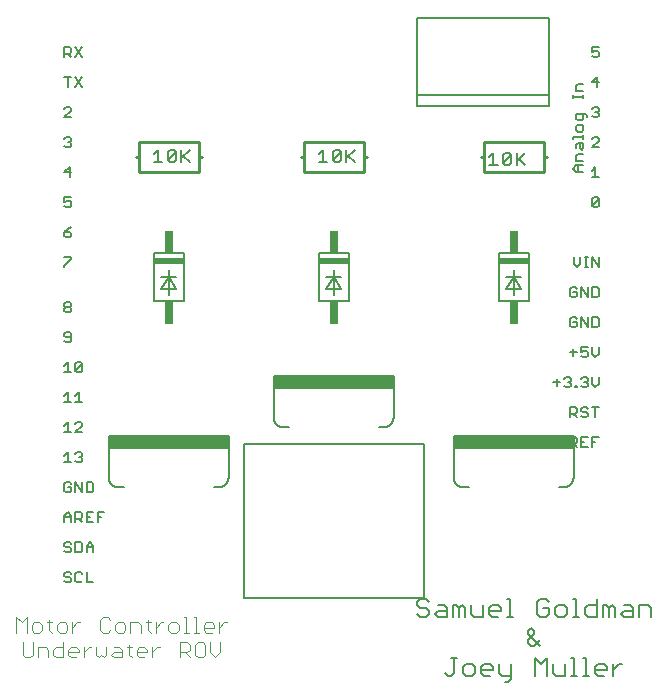
<source format=gto>
G75*
%MOIN*%
%OFA0B0*%
%FSLAX25Y25*%
%IPPOS*%
%LPD*%
%AMOC8*
5,1,8,0,0,1.08239X$1,22.5*
%
%ADD10C,0.00500*%
%ADD11C,0.00400*%
%ADD12C,0.00600*%
%ADD13R,0.10000X0.02000*%
%ADD14R,0.03000X0.07500*%
%ADD15C,0.00800*%
%ADD16C,0.01000*%
%ADD17R,0.40000X0.04000*%
D10*
X0137849Y0090274D02*
X0138850Y0089274D01*
X0140852Y0089274D01*
X0141853Y0090274D01*
X0141853Y0091275D01*
X0140852Y0092276D01*
X0138850Y0092276D01*
X0137849Y0093277D01*
X0137849Y0094278D01*
X0138850Y0095279D01*
X0140852Y0095279D01*
X0141853Y0094278D01*
X0144835Y0093277D02*
X0146837Y0093277D01*
X0147838Y0092276D01*
X0147838Y0089274D01*
X0144835Y0089274D01*
X0143834Y0090274D01*
X0144835Y0091275D01*
X0147838Y0091275D01*
X0149819Y0089274D02*
X0149819Y0093277D01*
X0150820Y0093277D01*
X0151821Y0092276D01*
X0152822Y0093277D01*
X0153823Y0092276D01*
X0153823Y0089274D01*
X0151821Y0089274D02*
X0151821Y0092276D01*
X0155805Y0093277D02*
X0155805Y0090274D01*
X0156805Y0089274D01*
X0159808Y0089274D01*
X0159808Y0093277D01*
X0161790Y0092276D02*
X0162791Y0093277D01*
X0164792Y0093277D01*
X0165793Y0092276D01*
X0165793Y0091275D01*
X0161790Y0091275D01*
X0161790Y0090274D02*
X0161790Y0092276D01*
X0161790Y0090274D02*
X0162791Y0089274D01*
X0164792Y0089274D01*
X0167775Y0089274D02*
X0169777Y0089274D01*
X0168776Y0089274D02*
X0168776Y0095279D01*
X0167775Y0095279D01*
X0177750Y0094278D02*
X0177750Y0090274D01*
X0178751Y0089274D01*
X0180753Y0089274D01*
X0181753Y0090274D01*
X0181753Y0092276D01*
X0179752Y0092276D01*
X0181753Y0094278D02*
X0180753Y0095279D01*
X0178751Y0095279D01*
X0177750Y0094278D01*
X0183735Y0092276D02*
X0183735Y0090274D01*
X0184736Y0089274D01*
X0186738Y0089274D01*
X0187739Y0090274D01*
X0187739Y0092276D01*
X0186738Y0093277D01*
X0184736Y0093277D01*
X0183735Y0092276D01*
X0189720Y0089274D02*
X0191722Y0089274D01*
X0190721Y0089274D02*
X0190721Y0095279D01*
X0189720Y0095279D01*
X0193710Y0092276D02*
X0194711Y0093277D01*
X0197714Y0093277D01*
X0199695Y0093277D02*
X0200696Y0093277D01*
X0201697Y0092276D01*
X0202698Y0093277D01*
X0203699Y0092276D01*
X0203699Y0089274D01*
X0201697Y0089274D02*
X0201697Y0092276D01*
X0199695Y0093277D02*
X0199695Y0089274D01*
X0197714Y0089274D02*
X0194711Y0089274D01*
X0193710Y0090274D01*
X0193710Y0092276D01*
X0197714Y0089274D02*
X0197714Y0095279D01*
X0206681Y0093277D02*
X0208683Y0093277D01*
X0209684Y0092276D01*
X0209684Y0089274D01*
X0206681Y0089274D01*
X0205681Y0090274D01*
X0206681Y0091275D01*
X0209684Y0091275D01*
X0211666Y0089274D02*
X0211666Y0093277D01*
X0214668Y0093277D01*
X0215669Y0092276D01*
X0215669Y0089274D01*
X0206189Y0073777D02*
X0205188Y0073777D01*
X0203187Y0071775D01*
X0201205Y0071775D02*
X0201205Y0072776D01*
X0200204Y0073777D01*
X0198202Y0073777D01*
X0197202Y0072776D01*
X0197202Y0070774D01*
X0198202Y0069774D01*
X0200204Y0069774D01*
X0201205Y0071775D02*
X0197202Y0071775D01*
X0195213Y0069774D02*
X0193212Y0069774D01*
X0194212Y0069774D02*
X0194212Y0075779D01*
X0193212Y0075779D01*
X0190222Y0075779D02*
X0190222Y0069774D01*
X0189221Y0069774D02*
X0191223Y0069774D01*
X0187240Y0069774D02*
X0187240Y0073777D01*
X0189221Y0075779D02*
X0190222Y0075779D01*
X0187240Y0069774D02*
X0184237Y0069774D01*
X0183236Y0070774D01*
X0183236Y0073777D01*
X0181255Y0075779D02*
X0181255Y0069774D01*
X0179253Y0073777D02*
X0181255Y0075779D01*
X0179253Y0073777D02*
X0177251Y0075779D01*
X0177251Y0069774D01*
X0169284Y0069774D02*
X0166282Y0069774D01*
X0165281Y0070774D01*
X0165281Y0073777D01*
X0163299Y0072776D02*
X0163299Y0071775D01*
X0159296Y0071775D01*
X0159296Y0070774D02*
X0159296Y0072776D01*
X0160297Y0073777D01*
X0162298Y0073777D01*
X0163299Y0072776D01*
X0162298Y0069774D02*
X0160297Y0069774D01*
X0159296Y0070774D01*
X0157314Y0070774D02*
X0157314Y0072776D01*
X0156313Y0073777D01*
X0154312Y0073777D01*
X0153311Y0072776D01*
X0153311Y0070774D01*
X0154312Y0069774D01*
X0156313Y0069774D01*
X0157314Y0070774D01*
X0151329Y0075779D02*
X0149327Y0075779D01*
X0150328Y0075779D02*
X0150328Y0070774D01*
X0149327Y0069774D01*
X0148327Y0069774D01*
X0147326Y0070774D01*
X0167283Y0067772D02*
X0168284Y0067772D01*
X0169284Y0068773D01*
X0169284Y0073777D01*
X0175758Y0079524D02*
X0174757Y0080524D01*
X0174757Y0081525D01*
X0176759Y0083527D01*
X0176759Y0084528D01*
X0175758Y0085529D01*
X0174757Y0084528D01*
X0174757Y0083527D01*
X0178761Y0079524D01*
X0178761Y0081525D02*
X0176759Y0079524D01*
X0175758Y0079524D01*
X0203187Y0073777D02*
X0203187Y0069774D01*
D11*
X0008990Y0075849D02*
X0007289Y0075849D01*
X0006438Y0076699D01*
X0006438Y0080953D01*
X0007731Y0084099D02*
X0007731Y0089203D01*
X0006029Y0087502D01*
X0004328Y0089203D01*
X0004328Y0084099D01*
X0009392Y0084949D02*
X0010243Y0084099D01*
X0011944Y0084099D01*
X0012795Y0084949D01*
X0012795Y0086651D01*
X0011944Y0087502D01*
X0010243Y0087502D01*
X0009392Y0086651D01*
X0009392Y0084949D01*
X0009841Y0080953D02*
X0009841Y0076699D01*
X0008990Y0075849D01*
X0011502Y0075849D02*
X0011502Y0079252D01*
X0014054Y0079252D01*
X0014905Y0078401D01*
X0014905Y0075849D01*
X0016566Y0076699D02*
X0016566Y0078401D01*
X0017417Y0079252D01*
X0019969Y0079252D01*
X0019969Y0080953D02*
X0019969Y0075849D01*
X0017417Y0075849D01*
X0016566Y0076699D01*
X0021631Y0076699D02*
X0021631Y0078401D01*
X0022482Y0079252D01*
X0024183Y0079252D01*
X0025034Y0078401D01*
X0025034Y0077550D01*
X0021631Y0077550D01*
X0021631Y0076699D02*
X0022482Y0075849D01*
X0024183Y0075849D01*
X0026695Y0075849D02*
X0026695Y0079252D01*
X0026695Y0077550D02*
X0028397Y0079252D01*
X0029247Y0079252D01*
X0030915Y0079252D02*
X0030915Y0076699D01*
X0031766Y0075849D01*
X0032617Y0076699D01*
X0033468Y0075849D01*
X0034318Y0076699D01*
X0034318Y0079252D01*
X0036830Y0079252D02*
X0038532Y0079252D01*
X0039383Y0078401D01*
X0039383Y0075849D01*
X0036830Y0075849D01*
X0035980Y0076699D01*
X0036830Y0077550D01*
X0039383Y0077550D01*
X0041044Y0079252D02*
X0042745Y0079252D01*
X0041895Y0080102D02*
X0041895Y0076699D01*
X0042745Y0075849D01*
X0044420Y0076699D02*
X0044420Y0078401D01*
X0045271Y0079252D01*
X0046972Y0079252D01*
X0047823Y0078401D01*
X0047823Y0077550D01*
X0044420Y0077550D01*
X0044420Y0076699D02*
X0045271Y0075849D01*
X0046972Y0075849D01*
X0049485Y0075849D02*
X0049485Y0079252D01*
X0051186Y0079252D02*
X0052037Y0079252D01*
X0051186Y0079252D02*
X0049485Y0077550D01*
X0049076Y0084099D02*
X0048225Y0084949D01*
X0048225Y0088352D01*
X0047374Y0087502D02*
X0049076Y0087502D01*
X0050751Y0087502D02*
X0050751Y0084099D01*
X0050751Y0085800D02*
X0052452Y0087502D01*
X0053303Y0087502D01*
X0054971Y0086651D02*
X0054971Y0084949D01*
X0055822Y0084099D01*
X0057523Y0084099D01*
X0058374Y0084949D01*
X0058374Y0086651D01*
X0057523Y0087502D01*
X0055822Y0087502D01*
X0054971Y0086651D01*
X0058769Y0080953D02*
X0061321Y0080953D01*
X0062172Y0080102D01*
X0062172Y0078401D01*
X0061321Y0077550D01*
X0058769Y0077550D01*
X0058769Y0075849D02*
X0058769Y0080953D01*
X0060035Y0084099D02*
X0061737Y0084099D01*
X0060886Y0084099D02*
X0060886Y0089203D01*
X0060035Y0089203D01*
X0063411Y0089203D02*
X0064262Y0089203D01*
X0064262Y0084099D01*
X0063411Y0084099D02*
X0065113Y0084099D01*
X0066788Y0084949D02*
X0066788Y0086651D01*
X0067638Y0087502D01*
X0069340Y0087502D01*
X0070191Y0086651D01*
X0070191Y0085800D01*
X0066788Y0085800D01*
X0066788Y0084949D02*
X0067638Y0084099D01*
X0069340Y0084099D01*
X0071852Y0084099D02*
X0071852Y0087502D01*
X0073553Y0087502D02*
X0071852Y0085800D01*
X0073553Y0087502D02*
X0074404Y0087502D01*
X0072301Y0080953D02*
X0072301Y0077550D01*
X0070599Y0075849D01*
X0068898Y0077550D01*
X0068898Y0080953D01*
X0067236Y0080102D02*
X0066386Y0080953D01*
X0064684Y0080953D01*
X0063833Y0080102D01*
X0063833Y0076699D01*
X0064684Y0075849D01*
X0066386Y0075849D01*
X0067236Y0076699D01*
X0067236Y0080102D01*
X0062172Y0075849D02*
X0060471Y0077550D01*
X0045713Y0084099D02*
X0045713Y0086651D01*
X0044862Y0087502D01*
X0042310Y0087502D01*
X0042310Y0084099D01*
X0040649Y0084949D02*
X0040649Y0086651D01*
X0039798Y0087502D01*
X0038096Y0087502D01*
X0037246Y0086651D01*
X0037246Y0084949D01*
X0038096Y0084099D01*
X0039798Y0084099D01*
X0040649Y0084949D01*
X0035584Y0084949D02*
X0034734Y0084099D01*
X0033032Y0084099D01*
X0032181Y0084949D01*
X0032181Y0088352D01*
X0033032Y0089203D01*
X0034734Y0089203D01*
X0035584Y0088352D01*
X0025449Y0087502D02*
X0024598Y0087502D01*
X0022897Y0085800D01*
X0022897Y0084099D02*
X0022897Y0087502D01*
X0021235Y0086651D02*
X0020385Y0087502D01*
X0018683Y0087502D01*
X0017833Y0086651D01*
X0017833Y0084949D01*
X0018683Y0084099D01*
X0020385Y0084099D01*
X0021235Y0084949D01*
X0021235Y0086651D01*
X0016158Y0087502D02*
X0014456Y0087502D01*
X0015307Y0088352D02*
X0015307Y0084949D01*
X0016158Y0084099D01*
D12*
X0020867Y0100824D02*
X0020300Y0101391D01*
X0020867Y0100824D02*
X0022001Y0100824D01*
X0022569Y0101391D01*
X0022569Y0101958D01*
X0022001Y0102525D01*
X0020867Y0102525D01*
X0020300Y0103092D01*
X0020300Y0103659D01*
X0020867Y0104227D01*
X0022001Y0104227D01*
X0022569Y0103659D01*
X0023983Y0103659D02*
X0023983Y0101391D01*
X0024550Y0100824D01*
X0025685Y0100824D01*
X0026252Y0101391D01*
X0027666Y0100824D02*
X0027666Y0104227D01*
X0026252Y0103659D02*
X0025685Y0104227D01*
X0024550Y0104227D01*
X0023983Y0103659D01*
X0027666Y0100824D02*
X0029935Y0100824D01*
X0029935Y0110824D02*
X0029935Y0113092D01*
X0028801Y0114227D01*
X0027666Y0113092D01*
X0027666Y0110824D01*
X0026252Y0111391D02*
X0026252Y0113659D01*
X0025685Y0114227D01*
X0023983Y0114227D01*
X0023983Y0110824D01*
X0025685Y0110824D01*
X0026252Y0111391D01*
X0027666Y0112525D02*
X0029935Y0112525D01*
X0022569Y0111958D02*
X0022569Y0111391D01*
X0022001Y0110824D01*
X0020867Y0110824D01*
X0020300Y0111391D01*
X0020867Y0112525D02*
X0022001Y0112525D01*
X0022569Y0111958D01*
X0022569Y0113659D02*
X0022001Y0114227D01*
X0020867Y0114227D01*
X0020300Y0113659D01*
X0020300Y0113092D01*
X0020867Y0112525D01*
X0020300Y0120824D02*
X0020300Y0123092D01*
X0021434Y0124227D01*
X0022569Y0123092D01*
X0022569Y0120824D01*
X0023983Y0120824D02*
X0023983Y0124227D01*
X0025685Y0124227D01*
X0026252Y0123659D01*
X0026252Y0122525D01*
X0025685Y0121958D01*
X0023983Y0121958D01*
X0025117Y0121958D02*
X0026252Y0120824D01*
X0027666Y0120824D02*
X0027666Y0124227D01*
X0029935Y0124227D01*
X0031349Y0124227D02*
X0033618Y0124227D01*
X0032484Y0122525D02*
X0031349Y0122525D01*
X0031349Y0120824D02*
X0031349Y0124227D01*
X0028801Y0122525D02*
X0027666Y0122525D01*
X0027666Y0120824D02*
X0029935Y0120824D01*
X0022569Y0122525D02*
X0020300Y0122525D01*
X0020867Y0130824D02*
X0022001Y0130824D01*
X0022569Y0131391D01*
X0022569Y0132525D01*
X0021434Y0132525D01*
X0020300Y0133659D02*
X0020300Y0131391D01*
X0020867Y0130824D01*
X0020300Y0133659D02*
X0020867Y0134227D01*
X0022001Y0134227D01*
X0022569Y0133659D01*
X0023983Y0134227D02*
X0026252Y0130824D01*
X0026252Y0134227D01*
X0027666Y0134227D02*
X0027666Y0130824D01*
X0029368Y0130824D01*
X0029935Y0131391D01*
X0029935Y0133659D01*
X0029368Y0134227D01*
X0027666Y0134227D01*
X0023983Y0134227D02*
X0023983Y0130824D01*
X0024550Y0140824D02*
X0023983Y0141391D01*
X0024550Y0140824D02*
X0025685Y0140824D01*
X0026252Y0141391D01*
X0026252Y0141958D01*
X0025685Y0142525D01*
X0025117Y0142525D01*
X0025685Y0142525D02*
X0026252Y0143092D01*
X0026252Y0143659D01*
X0025685Y0144227D01*
X0024550Y0144227D01*
X0023983Y0143659D01*
X0021434Y0144227D02*
X0021434Y0140824D01*
X0020300Y0140824D02*
X0022569Y0140824D01*
X0020300Y0143092D02*
X0021434Y0144227D01*
X0021434Y0150824D02*
X0021434Y0154227D01*
X0020300Y0153092D01*
X0020300Y0150824D02*
X0022569Y0150824D01*
X0023983Y0150824D02*
X0026252Y0153092D01*
X0026252Y0153659D01*
X0025685Y0154227D01*
X0024550Y0154227D01*
X0023983Y0153659D01*
X0023983Y0150824D02*
X0026252Y0150824D01*
X0026252Y0160824D02*
X0023983Y0160824D01*
X0025117Y0160824D02*
X0025117Y0164227D01*
X0023983Y0163092D01*
X0022569Y0160824D02*
X0020300Y0160824D01*
X0021434Y0160824D02*
X0021434Y0164227D01*
X0020300Y0163092D01*
X0020300Y0170824D02*
X0022569Y0170824D01*
X0021434Y0170824D02*
X0021434Y0174227D01*
X0020300Y0173092D01*
X0023983Y0173659D02*
X0024550Y0174227D01*
X0025685Y0174227D01*
X0026252Y0173659D01*
X0023983Y0171391D01*
X0024550Y0170824D01*
X0025685Y0170824D01*
X0026252Y0171391D01*
X0026252Y0173659D01*
X0023983Y0173659D02*
X0023983Y0171391D01*
X0022001Y0180824D02*
X0020867Y0180824D01*
X0020300Y0181391D01*
X0020867Y0182525D02*
X0022569Y0182525D01*
X0022569Y0181391D02*
X0022569Y0183659D01*
X0022001Y0184227D01*
X0020867Y0184227D01*
X0020300Y0183659D01*
X0020300Y0183092D01*
X0020867Y0182525D01*
X0022001Y0180824D02*
X0022569Y0181391D01*
X0022001Y0190824D02*
X0020867Y0190824D01*
X0020300Y0191391D01*
X0020300Y0191958D01*
X0020867Y0192525D01*
X0022001Y0192525D01*
X0022569Y0191958D01*
X0022569Y0191391D01*
X0022001Y0190824D01*
X0022001Y0192525D02*
X0022569Y0193092D01*
X0022569Y0193659D01*
X0022001Y0194227D01*
X0020867Y0194227D01*
X0020300Y0193659D01*
X0020300Y0193092D01*
X0020867Y0192525D01*
X0020300Y0205824D02*
X0020300Y0206391D01*
X0022569Y0208659D01*
X0022569Y0209227D01*
X0020300Y0209227D01*
X0020867Y0215824D02*
X0022001Y0215824D01*
X0022569Y0216391D01*
X0022569Y0216958D01*
X0022001Y0217525D01*
X0020300Y0217525D01*
X0020300Y0216391D01*
X0020867Y0215824D01*
X0020300Y0217525D02*
X0021434Y0218659D01*
X0022569Y0219227D01*
X0022001Y0225824D02*
X0020867Y0225824D01*
X0020300Y0226391D01*
X0020300Y0227525D02*
X0021434Y0228092D01*
X0022001Y0228092D01*
X0022569Y0227525D01*
X0022569Y0226391D01*
X0022001Y0225824D01*
X0020300Y0227525D02*
X0020300Y0229227D01*
X0022569Y0229227D01*
X0022001Y0235824D02*
X0022001Y0239227D01*
X0020300Y0237525D01*
X0022569Y0237525D01*
X0022001Y0245824D02*
X0020867Y0245824D01*
X0020300Y0246391D01*
X0021434Y0247525D02*
X0022001Y0247525D01*
X0022569Y0246958D01*
X0022569Y0246391D01*
X0022001Y0245824D01*
X0022001Y0247525D02*
X0022569Y0248092D01*
X0022569Y0248659D01*
X0022001Y0249227D01*
X0020867Y0249227D01*
X0020300Y0248659D01*
X0020300Y0255824D02*
X0022569Y0258092D01*
X0022569Y0258659D01*
X0022001Y0259227D01*
X0020867Y0259227D01*
X0020300Y0258659D01*
X0020300Y0255824D02*
X0022569Y0255824D01*
X0021434Y0265824D02*
X0021434Y0269227D01*
X0020300Y0269227D02*
X0022569Y0269227D01*
X0023983Y0269227D02*
X0026252Y0265824D01*
X0023983Y0265824D02*
X0026252Y0269227D01*
X0026252Y0275824D02*
X0023983Y0279227D01*
X0022569Y0278659D02*
X0022569Y0277525D01*
X0022001Y0276958D01*
X0020300Y0276958D01*
X0021434Y0276958D02*
X0022569Y0275824D01*
X0023983Y0275824D02*
X0026252Y0279227D01*
X0022569Y0278659D02*
X0022001Y0279227D01*
X0020300Y0279227D01*
X0020300Y0275824D01*
X0050000Y0210524D02*
X0060000Y0210524D01*
X0060000Y0194524D01*
X0050000Y0194524D01*
X0050000Y0210524D01*
X0055000Y0205024D02*
X0055000Y0202524D01*
X0052500Y0202524D01*
X0055000Y0202524D02*
X0052500Y0198524D01*
X0057500Y0198524D01*
X0055000Y0202524D01*
X0057500Y0202524D01*
X0055000Y0202524D02*
X0055000Y0196524D01*
X0105000Y0194524D02*
X0115000Y0194524D01*
X0115000Y0210524D01*
X0105000Y0210524D01*
X0105000Y0194524D01*
X0107500Y0198524D02*
X0110000Y0202524D01*
X0107500Y0202524D01*
X0110000Y0202524D02*
X0110000Y0205024D01*
X0110000Y0202524D02*
X0112500Y0202524D01*
X0110000Y0202524D02*
X0112500Y0198524D01*
X0107500Y0198524D01*
X0110000Y0196524D02*
X0110000Y0202524D01*
X0165000Y0194524D02*
X0165000Y0210524D01*
X0175000Y0210524D01*
X0175000Y0194524D01*
X0165000Y0194524D01*
X0170000Y0196524D02*
X0170000Y0202524D01*
X0167500Y0202524D01*
X0170000Y0202524D02*
X0172500Y0202524D01*
X0170000Y0202524D02*
X0167500Y0198524D01*
X0172500Y0198524D01*
X0170000Y0202524D01*
X0170000Y0205024D01*
X0188801Y0198659D02*
X0188801Y0196391D01*
X0189368Y0195824D01*
X0190502Y0195824D01*
X0191069Y0196391D01*
X0191069Y0197525D01*
X0189935Y0197525D01*
X0191069Y0198659D02*
X0190502Y0199227D01*
X0189368Y0199227D01*
X0188801Y0198659D01*
X0192484Y0199227D02*
X0192484Y0195824D01*
X0194752Y0195824D02*
X0192484Y0199227D01*
X0194752Y0199227D02*
X0194752Y0195824D01*
X0196167Y0195824D02*
X0197868Y0195824D01*
X0198435Y0196391D01*
X0198435Y0198659D01*
X0197868Y0199227D01*
X0196167Y0199227D01*
X0196167Y0195824D01*
X0196167Y0189227D02*
X0197868Y0189227D01*
X0198435Y0188659D01*
X0198435Y0186391D01*
X0197868Y0185824D01*
X0196167Y0185824D01*
X0196167Y0189227D01*
X0194752Y0189227D02*
X0194752Y0185824D01*
X0192484Y0189227D01*
X0192484Y0185824D01*
X0191069Y0186391D02*
X0191069Y0187525D01*
X0189935Y0187525D01*
X0191069Y0186391D02*
X0190502Y0185824D01*
X0189368Y0185824D01*
X0188801Y0186391D01*
X0188801Y0188659D01*
X0189368Y0189227D01*
X0190502Y0189227D01*
X0191069Y0188659D01*
X0192484Y0179227D02*
X0192484Y0177525D01*
X0193618Y0178092D01*
X0194185Y0178092D01*
X0194752Y0177525D01*
X0194752Y0176391D01*
X0194185Y0175824D01*
X0193051Y0175824D01*
X0192484Y0176391D01*
X0191069Y0177525D02*
X0188801Y0177525D01*
X0189935Y0178659D02*
X0189935Y0176391D01*
X0192484Y0179227D02*
X0194752Y0179227D01*
X0196167Y0179227D02*
X0196167Y0176958D01*
X0197301Y0175824D01*
X0198435Y0176958D01*
X0198435Y0179227D01*
X0198435Y0169227D02*
X0198435Y0166958D01*
X0197301Y0165824D01*
X0196167Y0166958D01*
X0196167Y0169227D01*
X0194752Y0168659D02*
X0194752Y0168092D01*
X0194185Y0167525D01*
X0194752Y0166958D01*
X0194752Y0166391D01*
X0194185Y0165824D01*
X0193051Y0165824D01*
X0192484Y0166391D01*
X0191209Y0166391D02*
X0191209Y0165824D01*
X0190642Y0165824D01*
X0190642Y0166391D01*
X0191209Y0166391D01*
X0189228Y0166391D02*
X0188660Y0165824D01*
X0187526Y0165824D01*
X0186959Y0166391D01*
X0188093Y0167525D02*
X0188660Y0167525D01*
X0189228Y0166958D01*
X0189228Y0166391D01*
X0188660Y0167525D02*
X0189228Y0168092D01*
X0189228Y0168659D01*
X0188660Y0169227D01*
X0187526Y0169227D01*
X0186959Y0168659D01*
X0185544Y0167525D02*
X0183276Y0167525D01*
X0184410Y0168659D02*
X0184410Y0166391D01*
X0188801Y0159227D02*
X0190502Y0159227D01*
X0191069Y0158659D01*
X0191069Y0157525D01*
X0190502Y0156958D01*
X0188801Y0156958D01*
X0189935Y0156958D02*
X0191069Y0155824D01*
X0192484Y0156391D02*
X0193051Y0155824D01*
X0194185Y0155824D01*
X0194752Y0156391D01*
X0194752Y0156958D01*
X0194185Y0157525D01*
X0193051Y0157525D01*
X0192484Y0158092D01*
X0192484Y0158659D01*
X0193051Y0159227D01*
X0194185Y0159227D01*
X0194752Y0158659D01*
X0196167Y0159227D02*
X0198435Y0159227D01*
X0197301Y0159227D02*
X0197301Y0155824D01*
X0196167Y0149227D02*
X0198435Y0149227D01*
X0197301Y0147525D02*
X0196167Y0147525D01*
X0196167Y0145824D02*
X0196167Y0149227D01*
X0194752Y0149227D02*
X0192484Y0149227D01*
X0192484Y0145824D01*
X0194752Y0145824D01*
X0193618Y0147525D02*
X0192484Y0147525D01*
X0191069Y0147525D02*
X0190502Y0146958D01*
X0188801Y0146958D01*
X0189935Y0146958D02*
X0191069Y0145824D01*
X0191069Y0147525D02*
X0191069Y0148659D01*
X0190502Y0149227D01*
X0188801Y0149227D01*
X0188801Y0145824D01*
X0187386Y0146391D02*
X0187386Y0148659D01*
X0186819Y0149227D01*
X0185685Y0149227D01*
X0185117Y0148659D01*
X0185117Y0146391D01*
X0185685Y0145824D01*
X0186819Y0145824D01*
X0187386Y0146391D01*
X0183796Y0145824D02*
X0182662Y0145824D01*
X0183229Y0145824D02*
X0183229Y0149227D01*
X0182662Y0149227D02*
X0183796Y0149227D01*
X0188801Y0155824D02*
X0188801Y0159227D01*
X0193618Y0167525D02*
X0194185Y0167525D01*
X0194752Y0168659D02*
X0194185Y0169227D01*
X0193051Y0169227D01*
X0192484Y0168659D01*
X0193711Y0205824D02*
X0194846Y0205824D01*
X0194279Y0205824D02*
X0194279Y0209227D01*
X0194846Y0209227D02*
X0193711Y0209227D01*
X0192297Y0209227D02*
X0192297Y0206958D01*
X0191163Y0205824D01*
X0190028Y0206958D01*
X0190028Y0209227D01*
X0196167Y0209227D02*
X0196167Y0205824D01*
X0198435Y0205824D02*
X0196167Y0209227D01*
X0198435Y0209227D02*
X0198435Y0205824D01*
X0197868Y0225824D02*
X0196734Y0225824D01*
X0196167Y0226391D01*
X0198435Y0228659D01*
X0198435Y0226391D01*
X0197868Y0225824D01*
X0196167Y0226391D02*
X0196167Y0228659D01*
X0196734Y0229227D01*
X0197868Y0229227D01*
X0198435Y0228659D01*
X0198435Y0235824D02*
X0196167Y0235824D01*
X0197301Y0235824D02*
X0197301Y0239227D01*
X0196167Y0238092D01*
X0193250Y0237631D02*
X0190981Y0237631D01*
X0189847Y0238765D01*
X0190981Y0239899D01*
X0193250Y0239899D01*
X0193250Y0241314D02*
X0190981Y0241314D01*
X0190981Y0243015D01*
X0191549Y0243582D01*
X0193250Y0243582D01*
X0192683Y0244997D02*
X0192116Y0245564D01*
X0192116Y0247266D01*
X0191549Y0247266D02*
X0193250Y0247266D01*
X0193250Y0245564D01*
X0192683Y0244997D01*
X0190981Y0245564D02*
X0190981Y0246698D01*
X0191549Y0247266D01*
X0193250Y0248680D02*
X0193250Y0249814D01*
X0193250Y0249247D02*
X0189847Y0249247D01*
X0189847Y0248680D01*
X0191549Y0251136D02*
X0192683Y0251136D01*
X0193250Y0251703D01*
X0193250Y0252837D01*
X0192683Y0253404D01*
X0191549Y0253404D01*
X0190981Y0252837D01*
X0190981Y0251703D01*
X0191549Y0251136D01*
X0191549Y0254819D02*
X0192683Y0254819D01*
X0193250Y0255386D01*
X0193250Y0257087D01*
X0193817Y0257087D02*
X0190981Y0257087D01*
X0190981Y0255386D01*
X0191549Y0254819D01*
X0194384Y0255953D02*
X0194384Y0256520D01*
X0193817Y0257087D01*
X0196167Y0256391D02*
X0196734Y0255824D01*
X0197868Y0255824D01*
X0198435Y0256391D01*
X0198435Y0256958D01*
X0197868Y0257525D01*
X0197301Y0257525D01*
X0197868Y0257525D02*
X0198435Y0258092D01*
X0198435Y0258659D01*
X0197868Y0259227D01*
X0196734Y0259227D01*
X0196167Y0258659D01*
X0193250Y0262185D02*
X0193250Y0263319D01*
X0193250Y0262752D02*
X0189847Y0262752D01*
X0189847Y0262185D02*
X0189847Y0263319D01*
X0190981Y0264640D02*
X0190981Y0266342D01*
X0191549Y0266909D01*
X0193250Y0266909D01*
X0193250Y0264640D02*
X0190981Y0264640D01*
X0196167Y0267525D02*
X0198435Y0267525D01*
X0197868Y0265824D02*
X0197868Y0269227D01*
X0196167Y0267525D01*
X0196734Y0275824D02*
X0196167Y0276391D01*
X0196734Y0275824D02*
X0197868Y0275824D01*
X0198435Y0276391D01*
X0198435Y0277525D01*
X0197868Y0278092D01*
X0197301Y0278092D01*
X0196167Y0277525D01*
X0196167Y0279227D01*
X0198435Y0279227D01*
X0197868Y0249227D02*
X0196734Y0249227D01*
X0196167Y0248659D01*
X0197868Y0249227D02*
X0198435Y0248659D01*
X0198435Y0248092D01*
X0196167Y0245824D01*
X0198435Y0245824D01*
X0191549Y0239899D02*
X0191549Y0237631D01*
D13*
X0170000Y0208024D03*
X0110000Y0208024D03*
X0055000Y0208024D03*
D14*
X0055000Y0214274D03*
X0055000Y0190774D03*
X0110000Y0190774D03*
X0110000Y0214274D03*
X0170000Y0214274D03*
X0170000Y0190774D03*
D15*
X0130000Y0169524D02*
X0130000Y0165524D01*
X0090000Y0165524D01*
X0090000Y0169524D01*
X0130000Y0169524D01*
X0130000Y0165524D02*
X0130000Y0156024D01*
X0130000Y0156023D02*
X0130001Y0155908D01*
X0129998Y0155793D01*
X0129991Y0155678D01*
X0129980Y0155563D01*
X0129965Y0155449D01*
X0129947Y0155335D01*
X0129925Y0155222D01*
X0129899Y0155109D01*
X0129869Y0154998D01*
X0129835Y0154888D01*
X0129798Y0154778D01*
X0129757Y0154671D01*
X0129712Y0154564D01*
X0129664Y0154460D01*
X0129612Y0154356D01*
X0129557Y0154255D01*
X0129498Y0154156D01*
X0129437Y0154058D01*
X0129371Y0153963D01*
X0129303Y0153870D01*
X0129232Y0153780D01*
X0129157Y0153692D01*
X0129080Y0153606D01*
X0129000Y0153523D01*
X0128917Y0153443D01*
X0128831Y0153366D01*
X0128743Y0153291D01*
X0128653Y0153220D01*
X0128560Y0153152D01*
X0128465Y0153086D01*
X0128367Y0153025D01*
X0128268Y0152966D01*
X0128167Y0152911D01*
X0128063Y0152859D01*
X0127959Y0152811D01*
X0127852Y0152766D01*
X0127745Y0152725D01*
X0127635Y0152688D01*
X0127525Y0152654D01*
X0127414Y0152624D01*
X0127301Y0152598D01*
X0127188Y0152576D01*
X0127074Y0152558D01*
X0126960Y0152543D01*
X0126845Y0152532D01*
X0126730Y0152525D01*
X0126615Y0152522D01*
X0126500Y0152523D01*
X0126500Y0152524D02*
X0125000Y0152524D01*
X0140000Y0146894D02*
X0140000Y0095713D01*
X0080000Y0095713D01*
X0080000Y0146894D01*
X0140000Y0146894D01*
X0150000Y0145524D02*
X0150000Y0136024D01*
X0150000Y0136023D02*
X0149999Y0135908D01*
X0150002Y0135793D01*
X0150009Y0135678D01*
X0150020Y0135563D01*
X0150035Y0135449D01*
X0150053Y0135335D01*
X0150075Y0135222D01*
X0150101Y0135109D01*
X0150131Y0134998D01*
X0150165Y0134888D01*
X0150202Y0134778D01*
X0150243Y0134671D01*
X0150288Y0134564D01*
X0150336Y0134460D01*
X0150388Y0134356D01*
X0150443Y0134255D01*
X0150502Y0134156D01*
X0150563Y0134058D01*
X0150629Y0133963D01*
X0150697Y0133870D01*
X0150768Y0133780D01*
X0150843Y0133692D01*
X0150920Y0133606D01*
X0151000Y0133523D01*
X0151083Y0133443D01*
X0151169Y0133366D01*
X0151257Y0133291D01*
X0151347Y0133220D01*
X0151440Y0133152D01*
X0151535Y0133086D01*
X0151633Y0133025D01*
X0151732Y0132966D01*
X0151833Y0132911D01*
X0151937Y0132859D01*
X0152041Y0132811D01*
X0152148Y0132766D01*
X0152255Y0132725D01*
X0152365Y0132688D01*
X0152475Y0132654D01*
X0152586Y0132624D01*
X0152699Y0132598D01*
X0152812Y0132576D01*
X0152926Y0132558D01*
X0153040Y0132543D01*
X0153155Y0132532D01*
X0153270Y0132525D01*
X0153385Y0132522D01*
X0153500Y0132523D01*
X0153500Y0132524D02*
X0155000Y0132524D01*
X0150000Y0145524D02*
X0150000Y0149524D01*
X0190000Y0149524D01*
X0190000Y0145524D01*
X0150000Y0145524D01*
X0185000Y0132524D02*
X0186500Y0132524D01*
X0186500Y0132523D02*
X0186615Y0132522D01*
X0186730Y0132525D01*
X0186845Y0132532D01*
X0186960Y0132543D01*
X0187074Y0132558D01*
X0187188Y0132576D01*
X0187301Y0132598D01*
X0187414Y0132624D01*
X0187525Y0132654D01*
X0187635Y0132688D01*
X0187745Y0132725D01*
X0187852Y0132766D01*
X0187959Y0132811D01*
X0188063Y0132859D01*
X0188167Y0132911D01*
X0188268Y0132966D01*
X0188367Y0133025D01*
X0188465Y0133086D01*
X0188560Y0133152D01*
X0188653Y0133220D01*
X0188743Y0133291D01*
X0188831Y0133366D01*
X0188917Y0133443D01*
X0189000Y0133523D01*
X0189080Y0133606D01*
X0189157Y0133692D01*
X0189232Y0133780D01*
X0189303Y0133870D01*
X0189371Y0133963D01*
X0189437Y0134058D01*
X0189498Y0134156D01*
X0189557Y0134255D01*
X0189612Y0134356D01*
X0189664Y0134460D01*
X0189712Y0134564D01*
X0189757Y0134671D01*
X0189798Y0134778D01*
X0189835Y0134888D01*
X0189869Y0134998D01*
X0189899Y0135109D01*
X0189925Y0135222D01*
X0189947Y0135335D01*
X0189965Y0135449D01*
X0189980Y0135563D01*
X0189991Y0135678D01*
X0189998Y0135793D01*
X0190001Y0135908D01*
X0190000Y0136023D01*
X0190000Y0136024D02*
X0190000Y0145524D01*
X0173910Y0239924D02*
X0171808Y0242025D01*
X0171108Y0241325D02*
X0173910Y0244127D01*
X0171108Y0244127D02*
X0171108Y0239924D01*
X0169306Y0240624D02*
X0169306Y0243427D01*
X0166504Y0240624D01*
X0167205Y0239924D01*
X0168606Y0239924D01*
X0169306Y0240624D01*
X0166504Y0240624D02*
X0166504Y0243427D01*
X0167205Y0244127D01*
X0168606Y0244127D01*
X0169306Y0243427D01*
X0164702Y0239924D02*
X0161900Y0239924D01*
X0163301Y0239924D02*
X0163301Y0244127D01*
X0161900Y0242726D01*
X0181890Y0259531D02*
X0137795Y0259531D01*
X0137795Y0263469D01*
X0181890Y0263469D01*
X0181890Y0259531D01*
X0181890Y0263469D02*
X0181890Y0289059D01*
X0137795Y0289059D01*
X0137795Y0263469D01*
X0117098Y0245127D02*
X0114296Y0242325D01*
X0114997Y0243025D02*
X0117098Y0240924D01*
X0114296Y0240924D02*
X0114296Y0245127D01*
X0112495Y0244427D02*
X0112495Y0241624D01*
X0111794Y0240924D01*
X0110393Y0240924D01*
X0109692Y0241624D01*
X0112495Y0244427D01*
X0111794Y0245127D01*
X0110393Y0245127D01*
X0109692Y0244427D01*
X0109692Y0241624D01*
X0107891Y0240924D02*
X0105088Y0240924D01*
X0106489Y0240924D02*
X0106489Y0245127D01*
X0105088Y0243726D01*
X0062098Y0245127D02*
X0059296Y0242325D01*
X0059997Y0243025D02*
X0062098Y0240924D01*
X0059296Y0240924D02*
X0059296Y0245127D01*
X0057495Y0244427D02*
X0054692Y0241624D01*
X0055393Y0240924D01*
X0056794Y0240924D01*
X0057495Y0241624D01*
X0057495Y0244427D01*
X0056794Y0245127D01*
X0055393Y0245127D01*
X0054692Y0244427D01*
X0054692Y0241624D01*
X0052891Y0240924D02*
X0050088Y0240924D01*
X0051489Y0240924D02*
X0051489Y0245127D01*
X0050088Y0243726D01*
X0090000Y0165524D02*
X0090000Y0156024D01*
X0090000Y0156023D02*
X0089999Y0155908D01*
X0090002Y0155793D01*
X0090009Y0155678D01*
X0090020Y0155563D01*
X0090035Y0155449D01*
X0090053Y0155335D01*
X0090075Y0155222D01*
X0090101Y0155109D01*
X0090131Y0154998D01*
X0090165Y0154888D01*
X0090202Y0154778D01*
X0090243Y0154671D01*
X0090288Y0154564D01*
X0090336Y0154460D01*
X0090388Y0154356D01*
X0090443Y0154255D01*
X0090502Y0154156D01*
X0090563Y0154058D01*
X0090629Y0153963D01*
X0090697Y0153870D01*
X0090768Y0153780D01*
X0090843Y0153692D01*
X0090920Y0153606D01*
X0091000Y0153523D01*
X0091083Y0153443D01*
X0091169Y0153366D01*
X0091257Y0153291D01*
X0091347Y0153220D01*
X0091440Y0153152D01*
X0091535Y0153086D01*
X0091633Y0153025D01*
X0091732Y0152966D01*
X0091833Y0152911D01*
X0091937Y0152859D01*
X0092041Y0152811D01*
X0092148Y0152766D01*
X0092255Y0152725D01*
X0092365Y0152688D01*
X0092475Y0152654D01*
X0092586Y0152624D01*
X0092699Y0152598D01*
X0092812Y0152576D01*
X0092926Y0152558D01*
X0093040Y0152543D01*
X0093155Y0152532D01*
X0093270Y0152525D01*
X0093385Y0152522D01*
X0093500Y0152523D01*
X0093500Y0152524D02*
X0095000Y0152524D01*
X0075000Y0149524D02*
X0075000Y0145524D01*
X0035000Y0145524D01*
X0035000Y0149524D01*
X0075000Y0149524D01*
X0075000Y0145524D02*
X0075000Y0136024D01*
X0075000Y0136023D02*
X0075001Y0135908D01*
X0074998Y0135793D01*
X0074991Y0135678D01*
X0074980Y0135563D01*
X0074965Y0135449D01*
X0074947Y0135335D01*
X0074925Y0135222D01*
X0074899Y0135109D01*
X0074869Y0134998D01*
X0074835Y0134888D01*
X0074798Y0134778D01*
X0074757Y0134671D01*
X0074712Y0134564D01*
X0074664Y0134460D01*
X0074612Y0134356D01*
X0074557Y0134255D01*
X0074498Y0134156D01*
X0074437Y0134058D01*
X0074371Y0133963D01*
X0074303Y0133870D01*
X0074232Y0133780D01*
X0074157Y0133692D01*
X0074080Y0133606D01*
X0074000Y0133523D01*
X0073917Y0133443D01*
X0073831Y0133366D01*
X0073743Y0133291D01*
X0073653Y0133220D01*
X0073560Y0133152D01*
X0073465Y0133086D01*
X0073367Y0133025D01*
X0073268Y0132966D01*
X0073167Y0132911D01*
X0073063Y0132859D01*
X0072959Y0132811D01*
X0072852Y0132766D01*
X0072745Y0132725D01*
X0072635Y0132688D01*
X0072525Y0132654D01*
X0072414Y0132624D01*
X0072301Y0132598D01*
X0072188Y0132576D01*
X0072074Y0132558D01*
X0071960Y0132543D01*
X0071845Y0132532D01*
X0071730Y0132525D01*
X0071615Y0132522D01*
X0071500Y0132523D01*
X0071500Y0132524D02*
X0070000Y0132524D01*
X0040000Y0132524D02*
X0038500Y0132524D01*
X0038500Y0132523D02*
X0038385Y0132522D01*
X0038270Y0132525D01*
X0038155Y0132532D01*
X0038040Y0132543D01*
X0037926Y0132558D01*
X0037812Y0132576D01*
X0037699Y0132598D01*
X0037586Y0132624D01*
X0037475Y0132654D01*
X0037365Y0132688D01*
X0037255Y0132725D01*
X0037148Y0132766D01*
X0037041Y0132811D01*
X0036937Y0132859D01*
X0036833Y0132911D01*
X0036732Y0132966D01*
X0036633Y0133025D01*
X0036535Y0133086D01*
X0036440Y0133152D01*
X0036347Y0133220D01*
X0036257Y0133291D01*
X0036169Y0133366D01*
X0036083Y0133443D01*
X0036000Y0133523D01*
X0035920Y0133606D01*
X0035843Y0133692D01*
X0035768Y0133780D01*
X0035697Y0133870D01*
X0035629Y0133963D01*
X0035563Y0134058D01*
X0035502Y0134156D01*
X0035443Y0134255D01*
X0035388Y0134356D01*
X0035336Y0134460D01*
X0035288Y0134564D01*
X0035243Y0134671D01*
X0035202Y0134778D01*
X0035165Y0134888D01*
X0035131Y0134998D01*
X0035101Y0135109D01*
X0035075Y0135222D01*
X0035053Y0135335D01*
X0035035Y0135449D01*
X0035020Y0135563D01*
X0035009Y0135678D01*
X0035002Y0135793D01*
X0034999Y0135908D01*
X0035000Y0136023D01*
X0035000Y0136024D02*
X0035000Y0145524D01*
D16*
X0045000Y0237524D02*
X0045000Y0242524D01*
X0044000Y0242524D01*
X0045000Y0242524D02*
X0045000Y0247524D01*
X0065000Y0247524D01*
X0065000Y0242524D01*
X0066000Y0242524D01*
X0065000Y0242524D02*
X0065000Y0237524D01*
X0045000Y0237524D01*
X0099000Y0242524D02*
X0100000Y0242524D01*
X0100000Y0247524D01*
X0120000Y0247524D01*
X0120000Y0242524D01*
X0121000Y0242524D01*
X0120000Y0242524D02*
X0120000Y0237524D01*
X0100000Y0237524D01*
X0100000Y0242524D01*
X0159000Y0242524D02*
X0160000Y0242524D01*
X0160000Y0247524D01*
X0180000Y0247524D01*
X0180000Y0242524D01*
X0181000Y0242524D01*
X0180000Y0242524D02*
X0180000Y0237524D01*
X0160000Y0237524D01*
X0160000Y0242524D01*
D17*
X0110000Y0167524D03*
X0055000Y0147524D03*
X0170000Y0147524D03*
M02*

</source>
